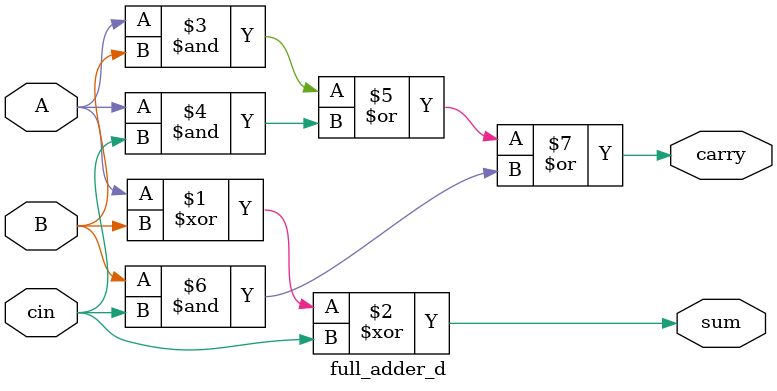
<source format=v>
module full_adder_d (input A, B, cin,
                     output sum, carry);
  assign sum = A ^ B ^ cin;
  assign carry = (A & B) | (A & cin) | (B & cin);

endmodule

</source>
